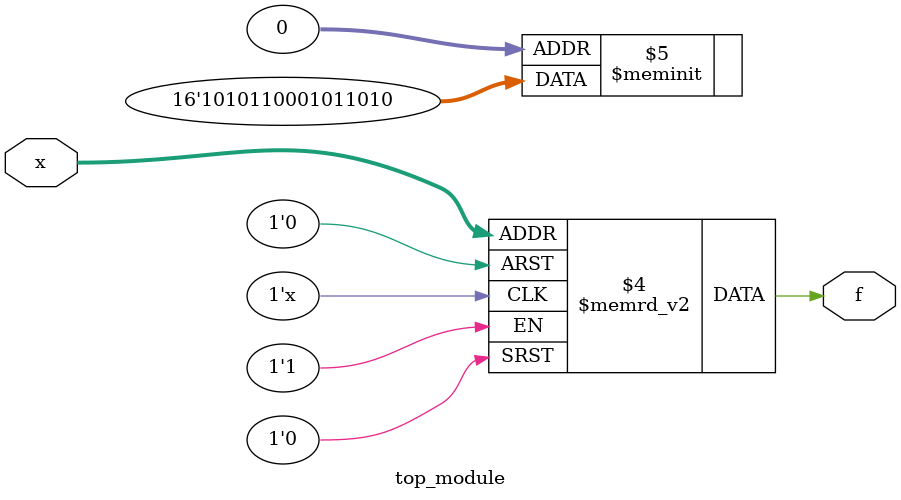
<source format=sv>
module top_module (
    input [4:1] x,
    output logic f
);

always_comb begin
    case (x)
        4'b0001, 4'b0011, 4'b1011, 4'b1101: f = 1'b1;
        4'b0100, 4'b0110, 4'b1010, 4'b1111: f = 1'b1; // Don't care conditions
        default: f = 1'b0;
    endcase
end

endmodule

</source>
